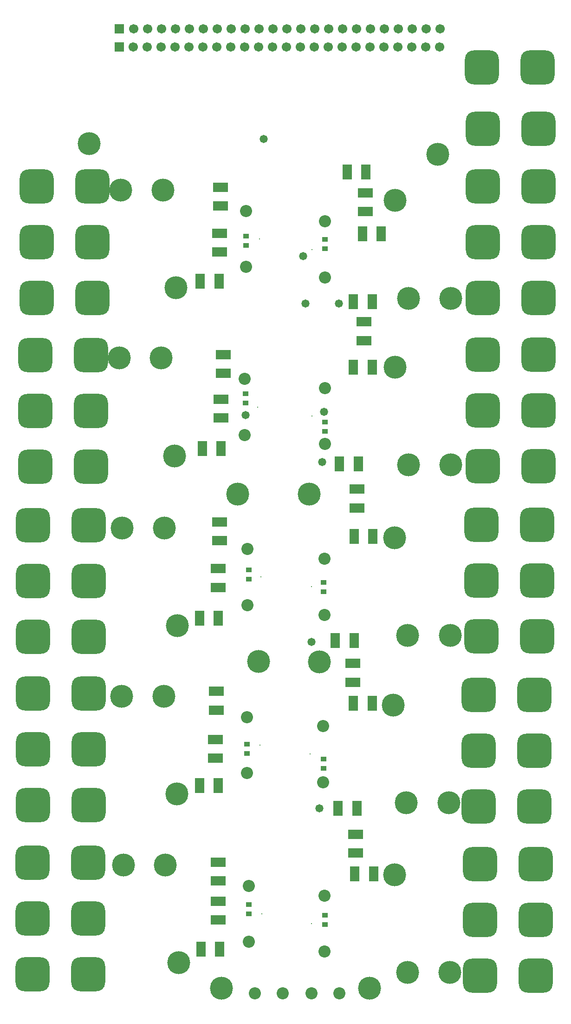
<source format=gbs>
%FSLAX23Y23*%
%MOIN*%
G70*
G01*
G75*
G04 Layer_Color=16711935*
%ADD10C,0.031*%
%ADD11C,0.197*%
%ADD12C,0.236*%
%ADD13C,0.165*%
%ADD14C,0.157*%
%ADD15C,0.059*%
%ADD16R,0.059X0.059*%
G04:AMPARAMS|DCode=17|XSize=236mil|YSize=236mil|CornerRadius=59mil|HoleSize=0mil|Usage=FLASHONLY|Rotation=0.000|XOffset=0mil|YOffset=0mil|HoleType=Round|Shape=RoundedRectangle|*
%AMROUNDEDRECTD17*
21,1,0.236,0.118,0,0,0.0*
21,1,0.118,0.236,0,0,0.0*
1,1,0.118,0.059,-0.059*
1,1,0.118,-0.059,-0.059*
1,1,0.118,-0.059,0.059*
1,1,0.118,0.059,0.059*
%
%ADD17ROUNDEDRECTD17*%
%ADD18C,0.157*%
G04:AMPARAMS|DCode=19|XSize=236mil|YSize=236mil|CornerRadius=59mil|HoleSize=0mil|Usage=FLASHONLY|Rotation=270.000|XOffset=0mil|YOffset=0mil|HoleType=Round|Shape=RoundedRectangle|*
%AMROUNDEDRECTD19*
21,1,0.236,0.118,0,0,270.0*
21,1,0.118,0.236,0,0,270.0*
1,1,0.118,-0.059,-0.059*
1,1,0.118,-0.059,0.059*
1,1,0.118,0.059,0.059*
1,1,0.118,0.059,-0.059*
%
%ADD19ROUNDEDRECTD19*%
%ADD20C,0.079*%
%ADD21C,0.050*%
%ADD22C,0.079*%
%ADD23C,0.039*%
%ADD24C,0.071*%
%ADD25C,0.059*%
%ADD26R,0.031X0.024*%
%ADD27R,0.060X0.100*%
%ADD28R,0.100X0.060*%
%ADD29C,0.118*%
%ADD30C,0.008*%
%ADD31C,0.010*%
%ADD32C,0.006*%
%ADD33C,0.067*%
%ADD34R,0.067X0.067*%
G04:AMPARAMS|DCode=35|XSize=244mil|YSize=244mil|CornerRadius=63mil|HoleSize=0mil|Usage=FLASHONLY|Rotation=0.000|XOffset=0mil|YOffset=0mil|HoleType=Round|Shape=RoundedRectangle|*
%AMROUNDEDRECTD35*
21,1,0.244,0.118,0,0,0.0*
21,1,0.118,0.244,0,0,0.0*
1,1,0.126,0.059,-0.059*
1,1,0.126,-0.059,-0.059*
1,1,0.126,-0.059,0.059*
1,1,0.126,0.059,0.059*
%
%ADD35ROUNDEDRECTD35*%
%ADD36C,0.165*%
G04:AMPARAMS|DCode=37|XSize=244mil|YSize=244mil|CornerRadius=63mil|HoleSize=0mil|Usage=FLASHONLY|Rotation=270.000|XOffset=0mil|YOffset=0mil|HoleType=Round|Shape=RoundedRectangle|*
%AMROUNDEDRECTD37*
21,1,0.244,0.118,0,0,270.0*
21,1,0.118,0.244,0,0,270.0*
1,1,0.126,-0.059,-0.059*
1,1,0.126,-0.059,0.059*
1,1,0.126,0.059,0.059*
1,1,0.126,0.059,-0.059*
%
%ADD37ROUNDEDRECTD37*%
%ADD38C,0.087*%
%ADD39C,0.008*%
%ADD40C,0.058*%
%ADD41R,0.039X0.032*%
%ADD42R,0.068X0.108*%
%ADD43R,0.108X0.068*%
D33*
X869Y7216D02*
D03*
X969D02*
D03*
X1069D02*
D03*
X1169D02*
D03*
X1269D02*
D03*
X1369D02*
D03*
X1469D02*
D03*
X1569D02*
D03*
X1669D02*
D03*
X1769D02*
D03*
X1869D02*
D03*
X1969D02*
D03*
X2069D02*
D03*
X2169D02*
D03*
X2269D02*
D03*
X2369D02*
D03*
X2469D02*
D03*
X2569D02*
D03*
X2669D02*
D03*
X2769D02*
D03*
X2869D02*
D03*
X2969D02*
D03*
X3069D02*
D03*
X867Y7088D02*
D03*
X967D02*
D03*
X1067D02*
D03*
X1167D02*
D03*
X1267D02*
D03*
X1367D02*
D03*
X1467D02*
D03*
X1567D02*
D03*
X1667D02*
D03*
X1767D02*
D03*
X1867D02*
D03*
X1967D02*
D03*
X2067D02*
D03*
X2167D02*
D03*
X2267D02*
D03*
X2367D02*
D03*
X2467D02*
D03*
X2567D02*
D03*
X2667D02*
D03*
X2767D02*
D03*
X2867D02*
D03*
X2967D02*
D03*
X3067D02*
D03*
D34*
X767Y7216D02*
D03*
X767Y7088D02*
D03*
D35*
X3370Y6941D02*
D03*
X3770D02*
D03*
X3377Y6501D02*
D03*
X3777D02*
D03*
D36*
X1767Y2681D02*
D03*
X2202Y2676D02*
D03*
X2128Y3881D02*
D03*
X1617D02*
D03*
X1162Y4155D02*
D03*
X1067Y4856D02*
D03*
X764D02*
D03*
X1173Y5361D02*
D03*
X1079Y6062D02*
D03*
X776D02*
D03*
X2747Y5986D02*
D03*
X2842Y5285D02*
D03*
X3145D02*
D03*
X2746Y4790D02*
D03*
X2841Y4089D02*
D03*
X3144D02*
D03*
X1182Y2936D02*
D03*
X1088Y3636D02*
D03*
X785D02*
D03*
X2743Y3566D02*
D03*
X2837Y2866D02*
D03*
X3141D02*
D03*
X1178Y1731D02*
D03*
X1084Y2432D02*
D03*
X781D02*
D03*
X2733Y2366D02*
D03*
X2827Y1666D02*
D03*
X3131D02*
D03*
X1192Y520D02*
D03*
X1097Y1221D02*
D03*
X794D02*
D03*
X2742Y1151D02*
D03*
X2837Y450D02*
D03*
X3140D02*
D03*
X3052Y6316D02*
D03*
X548Y6395D02*
D03*
X1498Y338D02*
D03*
X2561D02*
D03*
D37*
X172Y6086D02*
D03*
Y5686D02*
D03*
X572Y6086D02*
D03*
Y5686D02*
D03*
Y5286D02*
D03*
X172D02*
D03*
X162Y4876D02*
D03*
Y4476D02*
D03*
X562Y4876D02*
D03*
Y4476D02*
D03*
Y4076D02*
D03*
X162D02*
D03*
X147Y3656D02*
D03*
Y3256D02*
D03*
X547Y3656D02*
D03*
Y3256D02*
D03*
Y2856D02*
D03*
X147D02*
D03*
Y2451D02*
D03*
Y2051D02*
D03*
X547Y2451D02*
D03*
Y2051D02*
D03*
Y1651D02*
D03*
X147D02*
D03*
X142Y1236D02*
D03*
Y836D02*
D03*
X542Y1236D02*
D03*
Y836D02*
D03*
Y436D02*
D03*
X142D02*
D03*
X3757Y426D02*
D03*
Y826D02*
D03*
X3357Y426D02*
D03*
Y826D02*
D03*
Y1226D02*
D03*
X3757D02*
D03*
X3747Y1641D02*
D03*
Y2041D02*
D03*
X3347Y1641D02*
D03*
Y2041D02*
D03*
Y2441D02*
D03*
X3747D02*
D03*
X3767Y2861D02*
D03*
Y3261D02*
D03*
X3367Y2861D02*
D03*
Y3261D02*
D03*
Y3661D02*
D03*
X3767D02*
D03*
X3777Y4081D02*
D03*
Y4481D02*
D03*
X3377Y4081D02*
D03*
Y4481D02*
D03*
Y4881D02*
D03*
X3777D02*
D03*
Y5286D02*
D03*
Y5686D02*
D03*
X3377Y5286D02*
D03*
Y5686D02*
D03*
Y6086D02*
D03*
X3777D02*
D03*
D38*
X1666Y4304D02*
D03*
Y4706D02*
D03*
X1677Y5511D02*
D03*
Y5912D02*
D03*
X2243Y5836D02*
D03*
Y5434D02*
D03*
X2242Y4641D02*
D03*
Y4239D02*
D03*
X1686Y3085D02*
D03*
Y3487D02*
D03*
X2239Y3417D02*
D03*
Y3015D02*
D03*
X1682Y1881D02*
D03*
Y2282D02*
D03*
X2229Y2217D02*
D03*
Y1815D02*
D03*
X1696Y669D02*
D03*
Y1071D02*
D03*
X2238Y1001D02*
D03*
Y599D02*
D03*
X1738Y299D02*
D03*
X1938D02*
D03*
X2344Y302D02*
D03*
X2144D02*
D03*
D39*
X1760Y4505D02*
D03*
X1772Y5711D02*
D03*
X2149Y5635D02*
D03*
X2148Y4440D02*
D03*
X1781Y3286D02*
D03*
X2144Y3216D02*
D03*
X1777Y2081D02*
D03*
X2134Y2016D02*
D03*
X1790Y870D02*
D03*
X2144Y800D02*
D03*
D40*
X2237Y4471D02*
D03*
X1672Y4446D02*
D03*
X1802Y6426D02*
D03*
X2102Y5246D02*
D03*
X2087Y5586D02*
D03*
X2342Y5246D02*
D03*
X2222Y4111D02*
D03*
X2147Y2821D02*
D03*
X2202Y1626D02*
D03*
D41*
X2242Y794D02*
D03*
Y861D02*
D03*
X1697Y937D02*
D03*
Y871D02*
D03*
X2232Y1914D02*
D03*
Y1981D02*
D03*
X1682Y2086D02*
D03*
Y2019D02*
D03*
X2232Y3179D02*
D03*
Y3246D02*
D03*
X1697Y3336D02*
D03*
Y3269D02*
D03*
X2242Y4329D02*
D03*
Y4396D02*
D03*
X1672Y4601D02*
D03*
Y4534D02*
D03*
X2242Y5641D02*
D03*
Y5707D02*
D03*
X1677Y5731D02*
D03*
Y5664D02*
D03*
D42*
X2582Y5261D02*
D03*
X2447D02*
D03*
X2537Y6191D02*
D03*
X2402D02*
D03*
X2472Y1626D02*
D03*
X2337D02*
D03*
X2452Y2831D02*
D03*
X2317D02*
D03*
X2482Y4096D02*
D03*
X2347D02*
D03*
X1347Y5406D02*
D03*
X1482D02*
D03*
X1362Y4206D02*
D03*
X1497D02*
D03*
X1342Y2991D02*
D03*
X1477D02*
D03*
X1342Y1791D02*
D03*
X1477D02*
D03*
X1352Y616D02*
D03*
X1487D02*
D03*
X2592Y1156D02*
D03*
X2457D02*
D03*
X2582Y2381D02*
D03*
X2447D02*
D03*
X2587Y3576D02*
D03*
X2452D02*
D03*
X2582Y4791D02*
D03*
X2447D02*
D03*
X2647Y5746D02*
D03*
X2512D02*
D03*
D43*
X1492Y5946D02*
D03*
Y6081D02*
D03*
X1487Y5616D02*
D03*
Y5751D02*
D03*
X1512Y4746D02*
D03*
Y4881D02*
D03*
X1497Y4426D02*
D03*
Y4561D02*
D03*
X1487Y3546D02*
D03*
Y3681D02*
D03*
X1477Y3211D02*
D03*
Y3346D02*
D03*
X1462Y2331D02*
D03*
Y2466D02*
D03*
X1457Y1986D02*
D03*
Y2121D02*
D03*
X1477Y1106D02*
D03*
Y1241D02*
D03*
Y826D02*
D03*
Y961D02*
D03*
X2462Y1306D02*
D03*
Y1441D02*
D03*
X2442Y2531D02*
D03*
Y2666D02*
D03*
X2472Y3781D02*
D03*
Y3916D02*
D03*
X2522Y4981D02*
D03*
Y5116D02*
D03*
X2532Y5906D02*
D03*
Y6041D02*
D03*
M02*

</source>
